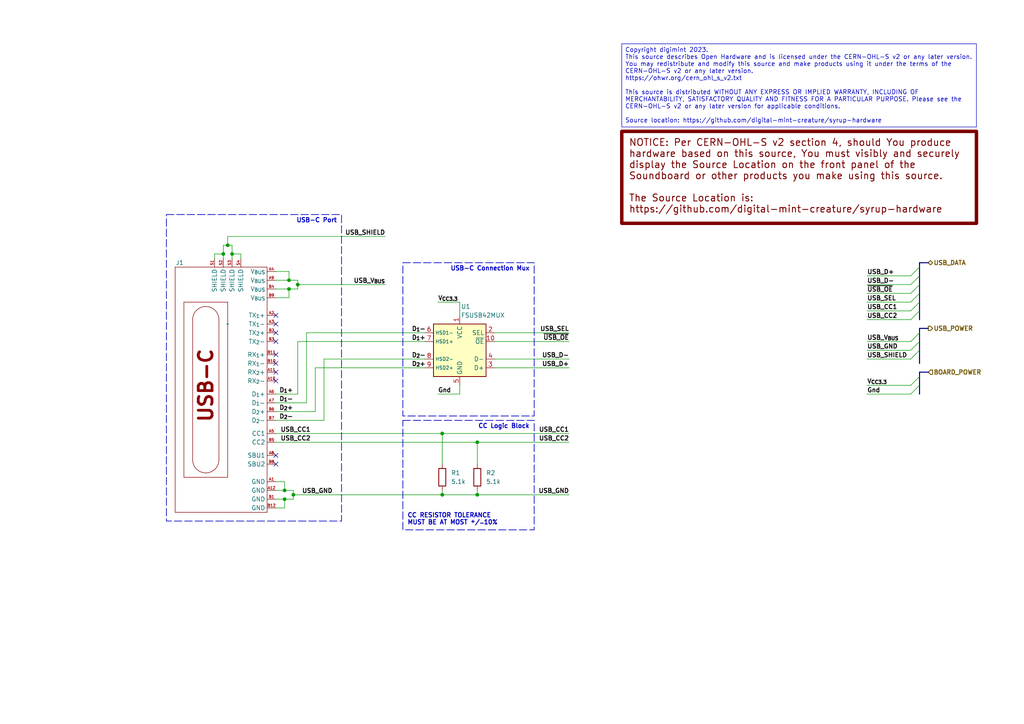
<source format=kicad_sch>
(kicad_sch (version 20230121) (generator eeschema)
  (paper "A4")
  (title_block (title "Syrup Hardware Soundboard: USB-C Connector") (date "2023-12-22") (rev "0.1.0") (company "https://twitch.tv/digimint") (comment 1 "Source Location: https://github.com/digital-mint-creature/syrup-hardware") (comment 3 "Licensed under CERN-OHL- v2 or any later version") (comment 4 "Copyright digimint 2023"))
  (lib_symbols
    (symbol "Device:R" (pin_numbers hide) (pin_names (offset 0))
      (property "Reference" "R" (at 2.032 0 90))
      (property "Value" "R" (at 0 0 90))
      (symbol "R_0_1"
        (rectangle (start -1.016 -2.54) (end 1.016 2.54) (stroke (width 0.254)))
      )
      (symbol "R_1_1"
        (pin passive line (at 0 3.81 270) (length 1.27) (name "~") (number "1"))
        (pin passive line (at 0 -3.81 90) (length 1.27) (name "~") (number "2"))
      )
    )
    (symbol "Interface_USB:FSUSB42MUX"
      (property "Reference" "U1" (at -0.3459 -12.7 0))
      (property "Value" "FSUSB42MUX" (at -0.3459 -10.16 0))
      (symbol "FSUSB42MUX_0_1"
        (rectangle (start 7.62 7.62) (end -7.62 -7.62) (stroke (width 0.254)) (fill (type background)))
      )
      (symbol "FSUSB42MUX_1_1"
        (pin power_in line (at 0 -10.16 90) (length 2.54) (name "VCC") (number "1"))
        (pin input line (at -10.16 -2.54 0) (length 2.54) (name "~{OE}") (number "10"))
        (pin input line (at -10.16 -5.08 0) (length 2.54) (name "SEL") (number "2"))
        (pin bidirectional line (at -10.16 5.08 0) (length 2.54) (name "D+") (number "3"))
        (pin bidirectional line (at -10.16 2.54 0) (length 2.54) (name "D-") (number "4"))
        (pin power_in line (at 0 10.16 270) (length 2.54) (name "GND") (number "5"))
        (pin bidirectional line (at 10.16 -5.08 180) (length 2.54) (name "HSD1-") (number "6"))
        (pin bidirectional line (at 10.16 -2.54 180) (length 2.54) (name "HSD1+") (number "7"))
        (pin bidirectional line (at 10.16 2.54 180) (length 2.54) (name "HSD2-") (number "8"))
        (pin bidirectional line (at 10.16 5.08 180) (length 2.54) (name "HSD2+") (number "9"))
      )
    )
    (symbol "syrup:GT-USB-7075A"
      (property "Reference" "J" (at -13.97 36.83 0))
      (symbol "GT-USB-7075A_0_1"
        (arc (start -10.1601 -20.3199) (mid -9.0442 -23.014) (end -6.3501 -24.1299))
        (arc (start -6.3501 -24.1299) (mid -3.656 -23.014) (end -2.5401 -20.3199))
        (arc (start -6.35 24.13) (mid -9.0441 23.0141) (end -10.16 20.32))
        (arc (start -2.54 20.32) (mid -3.6559 23.0141) (end -6.35 24.13))
        (polyline (pts (xy -15.24 -35.56) (xy 11.43 -35.56)))
        (polyline (pts (xy -15.24 35.56) (xy -15.24 -35.56)))
        (polyline (pts (xy -15.24 35.56) (xy 11.43 35.56)))
        (polyline (pts (xy -12.7 -25.4) (xy 0 -25.4)))
        (polyline (pts (xy -12.7 25.4) (xy -12.7 -25.4)))
        (polyline (pts (xy -12.7 25.4) (xy 0 25.4)))
        (polyline (pts (xy -10.16 -20.32) (xy -10.16 20.32)))
        (polyline (pts (xy -2.54 20.32) (xy -2.54 -20.32)))
        (polyline (pts (xy 0 -25.4) (xy 0 25.4)))
        (polyline (pts (xy 11.43 35.56) (xy 11.43 -35.56)))
      )
      (symbol "GT-USB-7075A_1_1"
        (text "USB-C" (at -6.35 1.27 900) (effects (font (size 4 4) bold)))
        (pin power_out line (at 13.97 -26.67 180) (length 2.54) (name "GND") (number "A1"))
        (pin output line (at 13.97 2.54 180) (length 2.54) (name "RX_{2}-") (number "A10"))
        (pin output line (at 13.97 5.08 180) (length 2.54) (name "RX_{2}+") (number "A11"))
        (pin power_out line (at 13.97 -29.21 180) (length 2.54) (name "GND") (number "A12"))
        (pin input line (at 13.97 21.59 180) (length 2.54) (name "TX_{1}+") (number "A2"))
        (pin input line (at 13.97 19.05 180) (length 2.54) (name "TX_{1}-") (number "A3"))
        (pin power_out line (at 13.97 34.29 180) (length 2.54) (name "V_{BUS}") (number "A4"))
        (pin output line (at 13.97 -12.7 180) (length 2.54) (name "CC1") (number "A5"))
        (pin bidirectional line (at 13.97 -1.27 180) (length 2.54) (name "D_{1}+") (number "A6"))
        (pin bidirectional line (at 13.97 -3.81 180) (length 2.54) (name "D_{1}-") (number "A7"))
        (pin bidirectional line (at 13.97 -19.05 180) (length 2.54) (name "SBU1") (number "A8"))
        (pin power_out line (at 13.97 31.75 180) (length 2.54) (name "V_{BUS}") (number "A9"))
        (pin power_out line (at 13.97 -31.75 180) (length 2.54) (name "GND") (number "B1"))
        (pin output line (at 13.97 7.62 180) (length 2.54) (name "RX_{1}-") (number "B10"))
        (pin output line (at 13.97 10.16 180) (length 2.54) (name "RX_{1}+") (number "B11"))
        (pin power_out line (at 13.97 -34.29 180) (length 2.54) (name "GND") (number "B12"))
        (pin input line (at 13.97 16.51 180) (length 2.54) (name "TX_{2}+") (number "B2"))
        (pin input line (at 13.97 13.97 180) (length 2.54) (name "TX_{2}-") (number "B3"))
        (pin power_out line (at 13.97 29.21 180) (length 2.54) (name "V_{BUS}") (number "B4"))
        (pin output line (at 13.97 -15.24 180) (length 2.54) (name "CC2") (number "B5"))
        (pin bidirectional line (at 13.97 -6.35 180) (length 2.54) (name "D_{2}+") (number "B6"))
        (pin bidirectional line (at 13.97 -8.89 180) (length 2.54) (name "D_{2}-") (number "B7"))
        (pin bidirectional line (at 13.97 -21.59 180) (length 2.54) (name "SBU2") (number "B8"))
        (pin power_out line (at 13.97 26.67 180) (length 2.54) (name "V_{BUS}") (number "B9"))
        (pin passive line (at -3.81 38.1 270) (length 2.54) (name "SHIELD") (number "S1"))
        (pin passive line (at -1.27 38.1 270) (length 2.54) (name "SHIELD") (number "S2"))
        (pin passive line (at 1.27 38.1 270) (length 2.54) (name "SHIELD") (number "S3"))
        (pin passive line (at 3.81 38.1 270) (length 2.54) (name "SHIELD") (number "S4"))
      )
    )
  )
  (junction (at 82.55 144.78))
  (junction (at 64.77 73.66))
  (junction (at 83.82 81.28))
  (junction (at 86.36 82.55))
  (junction (at 83.82 83.82))
  (junction (at 128.27 143.51))
  (junction (at 138.43 128.27))
  (junction (at 85.09 143.51))
  (junction (at 66.04 71.12))
  (junction (at 67.31 73.66))
  (junction (at 128.27 125.73))
  (junction (at 138.43 143.51))
  (junction (at 82.55 142.24))
  (no_connect (at 80.01 110.49))
  (no_connect (at 80.01 96.52))
  (no_connect (at 80.01 132.08))
  (no_connect (at 80.01 102.87))
  (no_connect (at 80.01 93.98))
  (no_connect (at 80.01 107.95))
  (no_connect (at 80.01 99.06))
  (no_connect (at 80.01 91.44))
  (no_connect (at 80.01 134.62))
  (no_connect (at 80.01 105.41))
  (bus_entry (at 266.7 109.22) (size -2.54 2.54))
  (bus_entry (at 266.7 96.52) (size -2.54 2.54))
  (bus_entry (at 266.7 80.01) (size -2.54 2.54))
  (bus_entry (at 266.7 99.06) (size -2.54 2.54))
  (bus_entry (at 266.7 111.76) (size -2.54 2.54))
  (bus_entry (at 266.7 82.55) (size -2.54 2.54))
  (bus_entry (at 266.7 101.6) (size -2.54 2.54))
  (bus_entry (at 266.7 77.47) (size -2.54 2.54))
  (bus_entry (at 266.7 90.17) (size -2.54 2.54))
  (bus_entry (at 266.7 85.09) (size -2.54 2.54))
  (bus_entry (at 266.7 87.63) (size -2.54 2.54))
  (wire (pts (xy 251.46 87.63) (xy 264.16 87.63)))
  (wire (pts (xy 128.27 143.51) (xy 138.43 143.51)))
  (wire (pts (xy 128.27 125.73) (xy 128.27 134.62)))
  (bus (pts (xy 266.7 82.55) (xy 266.7 85.09)))
  (wire (pts (xy 86.36 82.55) (xy 111.76 82.55)))
  (wire (pts (xy 251.46 85.09) (xy 264.16 85.09)))
  (wire (pts (xy 251.46 99.06) (xy 264.16 99.06)))
  (wire (pts (xy 80.01 119.38) (xy 91.44 119.38)))
  (wire (pts (xy 138.43 128.27) (xy 165.1 128.27)))
  (wire (pts (xy 111.76 68.58) (xy 66.04 68.58)))
  (wire (pts (xy 138.43 142.24) (xy 138.43 143.51)))
  (wire (pts (xy 91.44 106.68) (xy 123.19 106.68)))
  (wire (pts (xy 82.55 144.78) (xy 85.09 144.78)))
  (wire (pts (xy 82.55 144.78) (xy 82.55 147.32)))
  (wire (pts (xy 67.31 73.66) (xy 67.31 74.93)))
  (wire (pts (xy 82.55 142.24) (xy 85.09 142.24)))
  (wire (pts (xy 67.31 71.12) (xy 67.31 73.66)))
  (wire (pts (xy 80.01 116.84) (xy 88.9 116.84)))
  (wire (pts (xy 85.09 143.51) (xy 128.27 143.51)))
  (wire (pts (xy 64.77 73.66) (xy 62.23 73.66)))
  (bus (pts (xy 266.7 77.47) (xy 266.7 80.01)))
  (wire (pts (xy 86.36 83.82) (xy 83.82 83.82)))
  (wire (pts (xy 251.46 82.55) (xy 264.16 82.55)))
  (wire (pts (xy 66.04 68.58) (xy 66.04 71.12)))
  (wire (pts (xy 83.82 83.82) (xy 83.82 86.36)))
  (bus (pts (xy 266.7 107.95) (xy 269.24 107.95)))
  (bus (pts (xy 266.7 107.95) (xy 266.7 109.22)))
  (bus (pts (xy 266.7 95.25) (xy 266.7 96.52)))
  (wire (pts (xy 80.01 139.7) (xy 82.55 139.7)))
  (wire (pts (xy 83.82 86.36) (xy 80.01 86.36)))
  (wire (pts (xy 66.04 71.12) (xy 67.31 71.12)))
  (wire (pts (xy 91.44 119.38) (xy 91.44 106.68)))
  (bus (pts (xy 266.7 87.63) (xy 266.7 90.17)))
  (wire (pts (xy 80.01 83.82) (xy 83.82 83.82)))
  (wire (pts (xy 85.09 142.24) (xy 85.09 143.51)))
  (wire (pts (xy 133.35 87.63) (xy 127 87.63)))
  (wire (pts (xy 80.01 114.3) (xy 86.36 114.3)))
  (wire (pts (xy 80.01 144.78) (xy 82.55 144.78)))
  (wire (pts (xy 82.55 139.7) (xy 82.55 142.24)))
  (wire (pts (xy 138.43 128.27) (xy 138.43 134.62)))
  (wire (pts (xy 86.36 81.28) (xy 86.36 82.55)))
  (wire (pts (xy 86.36 99.06) (xy 123.19 99.06)))
  (wire (pts (xy 251.46 114.3) (xy 264.16 114.3)))
  (wire (pts (xy 86.36 81.28) (xy 83.82 81.28)))
  (wire (pts (xy 62.23 73.66) (xy 62.23 74.93)))
  (wire (pts (xy 82.55 147.32) (xy 80.01 147.32)))
  (wire (pts (xy 69.85 73.66) (xy 69.85 74.93)))
  (wire (pts (xy 128.27 125.73) (xy 165.1 125.73)))
  (wire (pts (xy 143.51 99.06) (xy 165.1 99.06)))
  (wire (pts (xy 251.46 101.6) (xy 264.16 101.6)))
  (wire (pts (xy 88.9 96.52) (xy 123.19 96.52)))
  (wire (pts (xy 80.01 121.92) (xy 93.98 121.92)))
  (wire (pts (xy 80.01 125.73) (xy 128.27 125.73)))
  (wire (pts (xy 251.46 90.17) (xy 264.16 90.17)))
  (wire (pts (xy 128.27 142.24) (xy 128.27 143.51)))
  (wire (pts (xy 86.36 114.3) (xy 86.36 99.06)))
  (wire (pts (xy 251.46 104.14) (xy 264.16 104.14)))
  (wire (pts (xy 83.82 78.74) (xy 83.82 81.28)))
  (bus (pts (xy 266.7 76.2) (xy 266.7 77.47)))
  (wire (pts (xy 93.98 104.14) (xy 123.19 104.14)))
  (wire (pts (xy 251.46 80.01) (xy 264.16 80.01)))
  (wire (pts (xy 143.51 104.14) (xy 165.1 104.14)))
  (wire (pts (xy 133.35 87.63) (xy 133.35 91.44)))
  (wire (pts (xy 64.77 71.12) (xy 64.77 73.66)))
  (wire (pts (xy 143.51 96.52) (xy 165.1 96.52)))
  (wire (pts (xy 88.9 116.84) (xy 88.9 96.52)))
  (wire (pts (xy 80.01 78.74) (xy 83.82 78.74)))
  (bus (pts (xy 266.7 109.22) (xy 266.7 111.76)))
  (wire (pts (xy 67.31 73.66) (xy 69.85 73.66)))
  (wire (pts (xy 127 114.3) (xy 133.35 114.3)))
  (wire (pts (xy 86.36 82.55) (xy 86.36 83.82)))
  (bus (pts (xy 266.7 101.6) (xy 266.7 105.41)))
  (bus (pts (xy 266.7 111.76) (xy 266.7 114.3)))
  (wire (pts (xy 133.35 114.3) (xy 133.35 111.76)))
  (wire (pts (xy 251.46 111.76) (xy 264.16 111.76)))
  (wire (pts (xy 85.09 143.51) (xy 85.09 144.78)))
  (bus (pts (xy 266.7 99.06) (xy 266.7 101.6)))
  (bus (pts (xy 266.7 96.52) (xy 266.7 99.06)))
  (bus (pts (xy 266.7 80.01) (xy 266.7 82.55)))
  (bus (pts (xy 266.7 76.2) (xy 269.24 76.2)))
  (wire (pts (xy 82.55 142.24) (xy 80.01 142.24)))
  (wire (pts (xy 251.46 92.71) (xy 264.16 92.71)))
  (wire (pts (xy 66.04 71.12) (xy 64.77 71.12)))
  (wire (pts (xy 143.51 106.68) (xy 165.1 106.68)))
  (wire (pts (xy 80.01 81.28) (xy 83.82 81.28)))
  (wire (pts (xy 64.77 73.66) (xy 64.77 74.93)))
  (wire (pts (xy 93.98 121.92) (xy 93.98 104.14)))
  (wire (pts (xy 138.43 143.51) (xy 165.1 143.51)))
  (wire (pts (xy 80.01 128.27) (xy 138.43 128.27)))
  (bus (pts (xy 269.24 95.25) (xy 266.7 95.25)))
  (bus (pts (xy 266.7 90.17) (xy 266.7 92.71)))
  (bus (pts (xy 266.7 85.09) (xy 266.7 87.63)))
  (rectangle (start 48.26 62.23) (end 99.06 151.13) (stroke (width 0.2) (type dash)))
  (rectangle (start 116.84 76.2) (end 154.94 120.65) (stroke (width 0.2) (type dash)))
  (rectangle (start 116.84 121.92) (end 154.94 153.67) (stroke (width 0.2) (type dash)))
  (text_box "NOTICE: Per CERN-OHL-S v2 section 4, should You produce hardware based on this source, You must visibly and securely display the Source Location on the front panel of the Soundboard or other products you make using this source.\n\nThe Source Location is:\nhttps://github.com/digital-mint-creature/syrup-hardware" (at 180.34 38.1 0) (size 102.87 26.67) (stroke (width 1) (color 122 0 0 1)) (effects (font (size 2 2) (thickness 0.254) bold) (justify left top)))
  (text_box "Copyright digimint 2023.\nThis source describes Open Hardware and is licensed under the CERN-OHL-S v2 or any later version.\nYou may redistribute and modify this source and make products using it under the terms of the CERN-OHL-S v2 or any later version.\nhttps://ohwr.org/cern_ohl_s_v2.txt\n\nThis source is distributed WITHOUT ANY EXPRESS OR IMPLIED WARRANTY, INCLUDING OF MERCHANTABILITY, SATISFACTORY QUALITY AND FITNESS FOR A PARTICULAR PURPOSE. Please see the CERN-OHL-S v2 or any later version for applicable conditions.\n\nSource location: https://github.com/digital-mint-creature/syrup-hardware" (at 180.34 12.7 0) (size 102.87 24.13) (effects (font (size 1.27 1.27)) (justify left top)))
  (text "USB-C Connection Mux" (at 153.67 78.74 0) (effects (font (size 1.27 1.27) bold) (justify right bottom)))
  (text "USB-C Port" (at 97.79 64.77 0) (effects (font (size 1.27 1.27) bold) (justify right bottom)))
  (text "CC RESISTOR TOLERANCE\nMUST BE AT MOST ^{+}/_{-}10%" (at 118.11 152.4 0) (effects (font (size 1.27 1.27) bold) (justify left bottom)))
  (text "CC Logic Block" (at 153.67 124.46 0) (effects (font (size 1.27 1.27) bold) (justify right bottom)))
  (label "~{USB_OE}" (at 251.46 85.09 0) (effects (font bold)))
  (label "USB_SHIELD" (at 111.76 68.58 180) (effects (font bold)))
  (label "USB_SHIELD" (at 251.46 104.14 0) (effects (font bold)))
  (label "USB_CC2" (at 90.17 128.27 180) (effects (font bold)))
  (label "USB_CC1" (at 165.1 125.73 180) (effects (font bold)))
  (label "V_{CC3.3}" (at 251.46 111.76 0) (effects (font bold)))
  (label "USB_SEL" (at 165.1 96.52 180) (effects (font bold)))
  (label "USB_D+" (at 165.1 106.68 180) (effects (font bold)))
  (label "USB_GND" (at 96.52 143.51 180) (effects (font bold)))
  (label "USB_D-" (at 251.46 82.55 0) (effects (font bold)))
  (label "USB_SEL" (at 251.46 87.63 0) (effects (font bold)))
  (label "D_{2}+" (at 119.38 106.68 0) (effects (font bold)))
  (label "D_{2}+" (at 85.09 119.38 180) (effects (font bold)))
  (label "USB_CC1" (at 90.17 125.73 180) (effects (font bold)))
  (label "USB_CC1" (at 251.46 90.17 0) (effects (font bold)))
  (label "D_{1}+" (at 119.38 99.06 0) (effects (font bold)))
  (label "USB_D-" (at 165.1 104.14 180) (effects (font bold)))
  (label "D_{1}-" (at 85.09 116.84 180) (effects (font bold)))
  (label "V_{CC3.3}" (at 127 87.63 0) (effects (font bold)))
  (label "~{USB_OE}" (at 165.1 99.06 180) (effects (font bold)))
  (label "D_{1}+" (at 85.09 114.3 180) (effects (font bold)))
  (label "Gnd" (at 251.46 114.3 0) (effects (font bold)))
  (label "USB_CC2" (at 165.1 128.27 180) (effects (font bold)))
  (label "USB_D+" (at 251.46 80.01 0) (effects (font bold)))
  (label "USB_GND" (at 251.46 101.6 0) (effects (font bold)))
  (label "USB_GND" (at 165.1 143.51 180) (effects (font bold)))
  (label "D_{2}-" (at 119.38 104.14 0) (effects (font bold)))
  (label "USB_V_{BUS}" (at 251.46 99.06 0) (effects (font bold)))
  (label "Gnd" (at 127 114.3 0) (effects (font bold)))
  (label "USB_CC2" (at 251.46 92.71 0) (effects (font bold)))
  (label "D_{1}-" (at 119.38 96.52 0) (effects (font bold)))
  (label "D_{2}-" (at 85.09 121.92 180) (effects (font bold)))
  (label "USB_V_{BUS}" (at 111.76 82.55 180) (effects (font bold)))
  (hierarchical_label "USB_DATA" (shape bidirectional) (at 269.24 76.2 0) (effects (font bold)))
  (hierarchical_label "USB_POWER" (shape output) (at 269.24 95.25 0) (effects (font bold)))
  (hierarchical_label "BOARD_POWER" (shape input) (at 269.24 107.95 0) (effects (font bold)))
  (symbol (lib_id "Device:R") (at 128.27 138.43 0) (unit 1)
    (property "Reference" "R1" (at 130.81 137.16 0) (effects (justify left)))
    (property "Value" "5.1k" (at 130.81 139.7 0) (effects (justify left)))
  )
  (symbol (lib_id "syrup:GT-USB-7075A") (at 66.04 113.03 0) (unit 1)
    (property "Reference" "J1" (at 53.34 76.2 0) (effects (justify right)))
    (property "Value" "~" (at 66.04 93.98 0))
    (property "Datasheet" "https://datasheet.lcsc.com/lcsc/2111091630_G-Switch-GT-USB-7075A_C2911518.pdf" (effects hide))
  )
  (symbol (lib_id "Interface_USB:FSUSB42MUX") (at 133.35 101.6 180) (unit 1)
    (property "Reference" "U1" (at 133.6959 88.9 0) (effects (justify right)))
    (property "Value" "FSUSB42MUX" (at 133.6959 91.44 0) (effects (justify right)))
    (property "Footprint" "Package_SO:MSOP-10_3x3mm_P0.5mm" (effects hide))
    (property "Datasheet" "https://www.onsemi.com/pub/Collateral/FSUSB42-D.PDF" (effects hide))
  )
  (symbol (lib_id "Device:R") (at 138.43 138.43 0) (unit 1)
    (property "Reference" "R2" (at 140.97 137.16 0) (effects (justify left)))
    (property "Value" "5.1k" (at 140.97 139.7 0) (effects (justify left)))
  )
)
</source>
